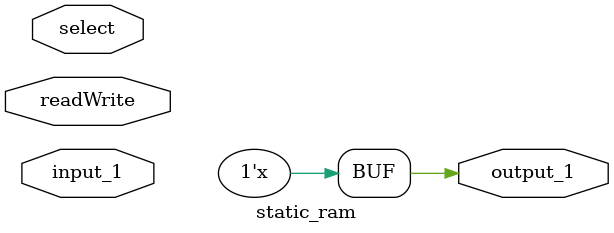
<source format=v>
`timescale 1ns / 1ps


module static_ram(
    input select,
    input readWrite,
    input input_1,
    output reg output_1
    );
    reg memory = 1'b0;
        always @(select or readWrite or input_1)begin
        if(select) begin
            if(readWrite==1)begin                        
                output_1 <= memory; 
            end
            else if(readWrite==0) begin
                memory <= input_1;
                output_1 <= memory;        
            end
        end
        end
endmodule

</source>
